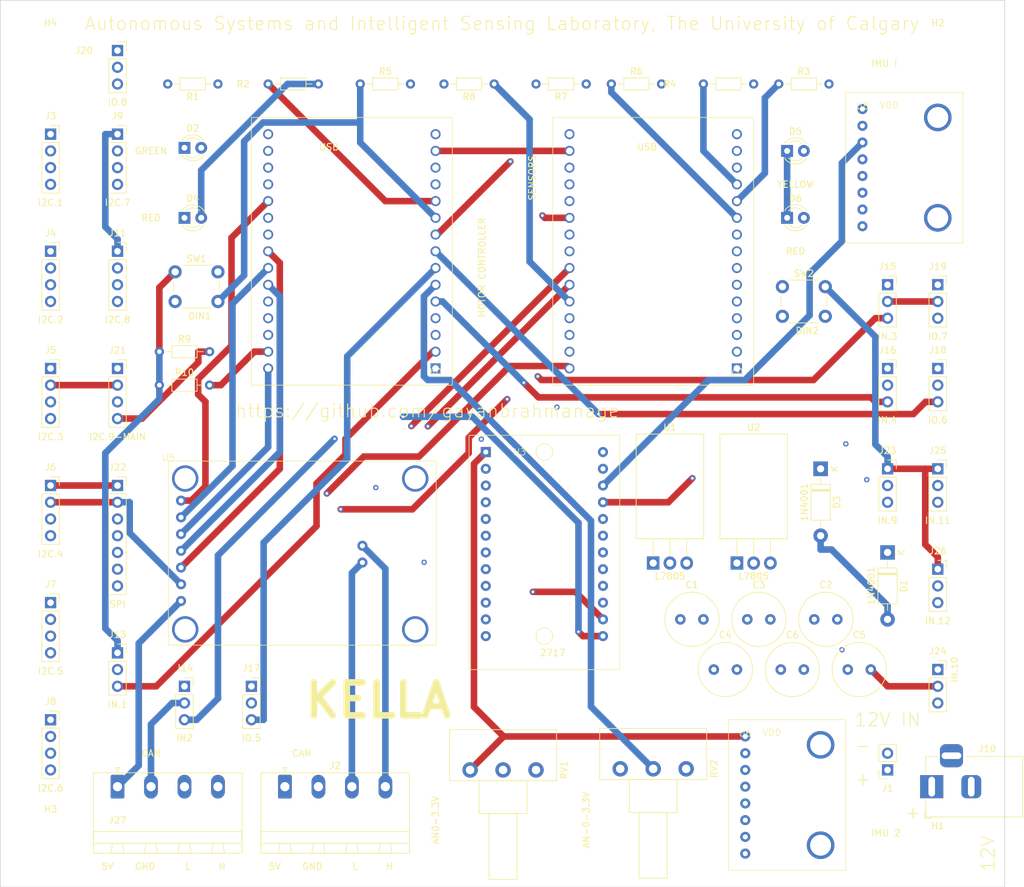
<source format=kicad_pcb>
(kicad_pcb (version 20221018) (generator pcbnew)
  (layers (0 "F.Cu" signal) (1 "In1.Cu" signal) (2 "In2.Cu" signal) (31 "B.Cu" signal) (34 "B.Paste" user) (35 "F.Paste" user) (36 "B.SilkS" user "B.Silkscreen") (37 "F.SilkS" user "F.Silkscreen") (38 "B.Mask" user) (39 "F.Mask" user) (44 "Edge.Cuts" user))
  (net 0 "")
  (net 1 "VDD1")
  (net 2 "GND")
  (net 3 "VDD2")
  (net 4 "Net-(D2-A)")
  (net 5 "Net-(D1-K)")
  (net 6 "Net-(D1-A)")
  (net 7 "Net-(D4-A)")
  (net 8 "Net-(D5-A)")
  (net 9 "Net-(D3-K)")
  (net 10 "Net-(D6-A)")
  (net 11 "Net-(J2-Pin_3)")
  (net 12 "Net-(J2-Pin_4)")
  (net 13 "Net-(J3-Pin_3)")
  (net 14 "Net-(J3-Pin_4)")
  (net 15 "Net-(J4-Pin_3)")
  (net 16 "Net-(J4-Pin_4)")
  (net 17 "Net-(J5-Pin_3)")
  (net 18 "Net-(J5-Pin_4)")
  (net 19 "Net-(J6-Pin_3)")
  (net 20 "Net-(J6-Pin_4)")
  (net 21 "Net-(J7-Pin_3)")
  (net 22 "Net-(J7-Pin_4)")
  (net 23 "Net-(J8-Pin_3)")
  (net 24 "Net-(J8-Pin_4)")
  (net 25 "Net-(J11-Pin_3)")
  (net 26 "Net-(J11-Pin_4)")
  (net 27 "Net-(U4-GPIO12(ADC2-CH5))")
  (net 28 "Net-(U4-GPIO14(ADC2-CH6))")
  (net 29 "Net-(U7-GPIO14(ADC2-CH6))")
  (net 30 "Net-(U7-GPIO12(ADC2-CH5))")
  (net 31 "Net-(U7-GPIO32(ADC1-CH4))")
  (net 32 "Net-(U4-GPIO32(ADC1-CH4))")
  (net 33 "Net-(U3-SDA)")
  (net 34 "Net-(U3-SCL)")
  (net 35 "Net-(U3-RST)")
  (net 36 "Net-(U3-A0)")
  (net 37 "Net-(U3-A1)")
  (net 38 "Net-(U3-A2)")
  (net 42 "Net-(U4-GPIO04(ADC2-CH0))")
  (net 43 "Net-(U4-GPIO05(SS))")
  (net 44 "Net-(U4-GPIO18(SCK))")
  (net 45 "Net-(U4-GPIO19(MISO))")
  (net 48 "Net-(U4-GPIO23(MOSI))")
  (net 52 "Net-(J13-Pin_1)")
  (net 53 "Net-(J13-Pin_3)")
  (net 54 "Net-(J14-Pin_3)")
  (net 55 "Net-(J15-Pin_3)")
  (net 56 "Net-(J16-Pin_3)")
  (net 57 "Net-(J17-Pin_3)")
  (net 58 "Net-(J18-Pin_3)")
  (net 59 "Net-(J19-Pin_3)")
  (net 60 "Net-(J20-Pin_3)")
  (net 61 "Net-(J21-Pin_3)")
  (net 62 "Net-(J21-Pin_4)")
  (net 63 "Net-(J23-Pin_3)")
  (net 64 "Net-(J24-Pin_3)")
  (net 65 "Net-(J25-Pin_3)")
  (net 66 "Net-(J26-Pin_3)")
  (net 67 "Net-(U4-GPIO17(TXD2))")
  (net 68 "Net-(U4-GPIO16(RXD2))")
  (net 69 "Net-(J22-Pin_4)")
  (net 70 "Net-(J22-Pin_5)")
  (net 71 "Net-(J22-Pin_3)")
  (net 72 "Net-(J22-Pin_6)")
  (net 75 "Net-(J22-Pin_7)")
  (net 76 "Net-(SW1A-D)")
  (net 77 "Net-(SW2A-D)")
  (net 78 "Net-(J11-Pin_1)")
  (net 79 "Net-(J9-Pin_3)")
  (net 80 "Net-(J9-Pin_4)")
  (footprint "Resistor_THT:R_Axial_DIN0204_L3.6mm_D1.6mm_P7.62mm_Horizontal" (layer "F.Cu") (at 53.34 33.02 180)
    (fp_text reference "R1")
    (fp_text value "R")
  )
  (footprint "Connector_PinSocket_2.54mm:PinSocket_1x04_P2.54mm_Vertical" (layer "F.Cu") (at 38.1 76.2)
    (fp_text reference "J21")
    (fp_text value "I2C.9-MAIN")
  )
  (footprint "MountingHole:MountingHole_3.2mm_M3" (layer "F.Cu") (at 162.56 149.86)
    (fp_text reference "H1")
    (fp_text value "M")
  )
  (footprint "Diode_THT:D_DO-41_SOD81_P10.16mm_Horizontal" (layer "F.Cu") (at 154.94 104.14 -90)
    (fp_text reference "D1")
    (fp_text value "1N4001")
  )
  (footprint "Connector_PinSocket_2.54mm:PinSocket_1x03_P2.54mm_Vertical" (layer "F.Cu") (at 162.56 91.44)
    (fp_text reference "J25")
    (fp_text value "IN.11")
  )
  (footprint "Connector_Phoenix_MSTB:PhoenixContact_MSTBA_2,5_4-G-5,08_1x04_P5.08mm_Horizontal" (layer "F.Cu") (at 63.5 139.7)
    (fp_text reference "J2")
    (fp_text value "CAN")
  )
  (footprint "Potentiometer_THT:Potentiometer_Piher_T-16H_Single_Horizontal" (layer "F.Cu") (at 114.38 136.99 -90)
    (fp_text reference "RV2")
    (fp_text value "AN-0-3.3V")
  )
  (footprint "MountingHole:MountingHole_3.2mm_M3" (layer "F.Cu") (at 162.56 27.94)
    (fp_text reference "H2")
    (fp_text value "M")
  )
  (footprint "Resistor_THT:R_Axial_DIN0204_L3.6mm_D1.6mm_P7.62mm_Horizontal" (layer "F.Cu") (at 44.45 73.66)
    (fp_text reference "R9")
    (fp_text value "R")
  )
  (footprint "Resistor_THT:R_Axial_DIN0204_L3.6mm_D1.6mm_P7.62mm_Horizontal" (layer "F.Cu") (at 44.45 78.74)
    (fp_text reference "R10")
    (fp_text value "R")
  )
  (footprint "Capacitor_THT:C_Radial_D8.0mm_H7.0mm_P3.50mm" (layer "F.Cu") (at 133.66 114.3)
    (fp_text reference "C3")
    (fp_text value "C")
  )
  (footprint "MPU6050Mf:MPU6050M" (layer "F.Cu") (at 133.35 132.08)
    (fp_text reference "U6")
    (fp_text value "~")
  )
  (footprint "Connector_Phoenix_MSTB:PhoenixContact_MSTBA_2,5_4-G-5,08_1x04_P5.08mm_Horizontal" (layer "F.Cu") (at 38.1 139.7)
    (fp_text reference "J27")
    (fp_text value "CAN")
  )
  (footprint "Diode_THT:D_DO-41_SOD81_P10.16mm_Horizontal" (layer "F.Cu") (at 144.78 91.44 -90)
    (fp_text reference "D3")
    (fp_text value "1N4001")
  )
  (footprint "MCP2515M:MCP2515Mf" (layer "F.Cu") (at 45.82 90.27)
    (fp_text reference "U5")
    (fp_text value "~")
  )
  (footprint "Connector_PinSocket_2.54mm:PinSocket_1x04_P2.54mm_Vertical" (layer "F.Cu") (at 27.94 76.2)
    (fp_text reference "J5")
    (fp_text value "I2C.3")
  )
  (footprint "Capacitor_THT:C_Radial_D8.0mm_H7.0mm_P3.50mm" (layer "F.Cu") (at 138.74 121.92)
    (fp_text reference "C6")
    (fp_text value "C")
  )
  (footprint "Button_Switch_THT:SW_PUSH_6mm_H4.3mm" (layer "F.Cu") (at 138.99 63.79)
    (fp_text reference "SW2")
    (fp_text value "DIN2")
  )
  (footprint "Resistor_THT:R_Axial_DIN0204_L3.6mm_D1.6mm_P7.62mm_Horizontal" (layer "F.Cu") (at 95.25 33.02 180)
    (fp_text reference "R8")
    (fp_text value "R")
  )
  (footprint "Connector_PinSocket_2.54mm:PinSocket_1x04_P2.54mm_Vertical" (layer "F.Cu") (at 27.94 93.98)
    (fp_text reference "J6")
    (fp_text value "I2C.4")
  )
  (footprint "Connector_PinSocket_2.54mm:PinSocket_1x03_P2.54mm_Vertical" (layer "F.Cu") (at 162.56 63.5)
    (fp_text reference "J19")
    (fp_text value "IO.7")
  )
  (footprint "Connector_PinSocket_2.54mm:PinSocket_1x04_P2.54mm_Vertical" (layer "F.Cu") (at 27.94 58.42)
    (fp_text reference "J4")
    (fp_text value "I2C.2")
  )
  (footprint "Capacitor_THT:C_Radial_D8.0mm_H7.0mm_P3.50mm" (layer "F.Cu") (at 148.9 121.92)
    (fp_text reference "C5")
    (fp_text value "C")
  )
  (footprint "Connector_PinSocket_2.54mm:PinSocket_1x03_P2.54mm_Vertical" (layer "F.Cu") (at 154.94 76.2)
    (fp_text reference "J16")
    (fp_text value "IN.4")
  )
  (footprint "Connector_PinSocket_2.54mm:PinSocket_1x03_P2.54mm_Vertical" (layer "F.Cu") (at 162.56 106.68)
    (fp_text reference "J26")
    (fp_text value "IN.12")
  )
  (footprint "LED_THT:LED_D3.0mm_IRGrey" (layer "F.Cu") (at 48.26 42.71)
    (fp_text reference "D2")
    (fp_text value "GREEN")
  )
  (footprint "Connector_PinSocket_2.54mm:PinSocket_1x04_P2.54mm_Vertical" (layer "F.Cu") (at 38.1 40.64)
    (fp_text reference "J9")
    (fp_text value "I2C.7")
  )
  (footprint "Connector_PinSocket_2.54mm:PinSocket_1x04_P2.54mm_Vertical" (layer "F.Cu") (at 27.94 129.54)
    (fp_text reference "J8")
    (fp_text value "I2C.6")
  )
  (footprint "LED_THT:LED_D3.0mm_IRGrey" (layer "F.Cu") (at 139.7 43.18)
    (fp_text reference "D5")
    (fp_text value "YELLOW")
  )
  (footprint "Connector_PinSocket_2.54mm:PinSocket_1x02_P2.54mm_Vertical" (layer "F.Cu") (at 154.94 137.16 180)
    (fp_text reference "J1")
    (fp_text value "12V IN")
  )
  (footprint "LED_THT:LED_D3.0mm_IRGrey" (layer "F.Cu") (at 48.26 53.34)
    (fp_text reference "D4")
    (fp_text value "RED")
  )
  (footprint "Capacitor_THT:C_Radial_D8.0mm_H7.0mm_P3.50mm" (layer "F.Cu") (at 143.82 114.3)
    (fp_text reference "C2")
    (fp_text value "C")
  )
  (footprint "Connector_PinSocket_2.54mm:PinSocket_1x03_P2.54mm_Vertical" (layer "F.Cu") (at 38.1 27.94)
    (fp_text reference "J20")
    (fp_text value "IO.8")
  )
  (footprint "Connector_PinSocket_2.54mm:PinSocket_1x03_P2.54mm_Vertical" (layer "F.Cu") (at 38.1 119.38)
    (fp_text reference "J13")
    (fp_text value "IN.1")
  )
  (footprint "Resistor_THT:R_Axial_DIN0204_L3.6mm_D1.6mm_P7.62mm_Horizontal" (layer "F.Cu") (at 74.93 33.02)
    (fp_text reference "R5")
    (fp_text value "R")
  )
  (footprint "Connector_PinSocket_2.54mm:PinSocket_1x04_P2.54mm_Vertical" (layer "F.Cu") (at 38.1 58.42)
    (fp_text reference "J11")
    (fp_text value "I2C.8")
  )
  (footprint "Capacitor_THT:C_Radial_D8.0mm_H7.0mm_P3.50mm" (layer "F.Cu") (at 123.5 114.3)
    (fp_text reference "C1")
    (fp_text value "C")
  )
  (footprint "Connector_PinSocket_2.54mm:PinSocket_1x04_P2.54mm_Vertical" (layer "F.Cu") (at 27.94 40.64)
    (fp_text reference "J3")
    (fp_text value "I2C.1")
  )
  (footprint "Connector_PinSocket_2.54mm:PinSocket_1x03_P2.54mm_Vertical" (layer "F.Cu") (at 162.56 76.2)
    (fp_text reference "J18")
    (fp_text value "IO.6")
  )
  (footprint "Connector_PinSocket_2.54mm:PinSocket_1x07_P2.54mm_Vertical" (layer "F.Cu") (at 38.1 93.98)
    (fp_text reference "J22")
    (fp_text value "SPI")
  )
  (footprint "Connector_PinSocket_2.54mm:PinSocket_1x03_P2.54mm_Vertical" (layer "F.Cu") (at 48.26 124.46)
    (fp_text reference "J14")
    (fp_text value "IN2")
  )
  (footprint "LED_THT:LED_D3.0mm_IRGrey" (layer "F.Cu") (at 139.7 53.34)
    (fp_text reference "D6")
    (fp_text value "RED")
  )
  (footprint "Resistor_THT:R_Axial_DIN0204_L3.6mm_D1.6mm_P7.62mm_Horizontal" (layer "F.Cu") (at 138.43 33.02)
    (fp_text reference "R3")
    (fp_text value "R")
  )
  (footprint "ESP32WROOM30PIN:ESP32WROOM30PIN" (layer "F.Cu") (at 86.36 76.2 180)
    (fp_text reference "U4")
    (fp_text value "~")
  )
  (footprint "MountingHole:MountingHole_3.2mm_M3" (layer "F.Cu") (at 27.94 27.94)
    (fp_text reference "H4")
    (fp_text value "M")
  )
  (footprint "Connector_BarrelJack:BarrelJack_Horizontal" (layer "F.Cu") (at 161.64 139.7 180)
    (fp_text reference "J10")
    (fp_text value "12V")
  )
  (footprint "MountingHole:MountingHole_3.2mm_M3" (layer "F.Cu") (at 27.94 147.32)
    (fp_text reference "H3")
    (fp_text value "M")
  )
  (footprint "ESP32WROOM30PIN:ESP32WROOM30PIN" (layer "F.Cu") (at 132.08 76.2 180)
    (fp_text reference "U7")
    (fp_text value "~")
  )
  (footprint "Potentiometer_THT:Potentiometer_Piher_T-16H_Single_Horizontal" (layer "F.Cu") (at 91.6 137.16 -90)
    (fp_text reference "RV1")
    (fp_text value "AN0-3.3V")
  )
  (footprint "Connector_PinSocket_2.54mm:PinSocket_1x03_P2.54mm_Vertical" (layer "F.Cu") (at 154.94 91.44)
    (fp_text reference "J23")
    (fp_text value "IN.9")
  )
  (footprint "Resistor_THT:R_Axial_DIN0204_L3.6mm_D1.6mm_P7.62mm_Horizontal" (layer "F.Cu") (at 109.22 33.02 180)
    (fp_text reference "R7")
    (fp_text value "R")
  )
  (footprint "Connector_PinSocket_2.54mm:PinSocket_1x03_P2.54mm_Vertical" (layer "F.Cu") (at 58.42 124.46)
    (fp_text reference "J17")
    (fp_text value "IO.5")
  )
  (footprint "Resistor_THT:R_Axial_DIN0204_L3.6mm_D1.6mm_P7.62mm_Horizontal" (layer "F.Cu") (at 127 33.02)
    (fp_text reference "R4")
    (fp_text value "R")
  )
  (footprint "Package_TO_SOT_THT:TO-220-3_Horizontal_TabDown" (layer "F.Cu") (at 119.38 105.75)
    (fp_text reference "U1")
    (fp_text value "L7805")
  )
  (footprint "2717:Module2717_TCA9548A" (layer "F.Cu") (at 93.98 88.9)
    (fp_text reference "U3")
    (fp_text value "2717")
  )
  (footprint "Button_Switch_THT:SW_PUSH_6mm_H4.3mm" (layer "F.Cu") (at 46.84 61.54)
    (fp_text reference "SW1")
    (fp_text value "DIN1")
  )
  (footprint "Capacitor_THT:C_Radial_D8.0mm_H7.0mm_P3.50mm" (layer "F.Cu") (at 128.58 121.92)
    (fp_text reference "C4")
    (fp_text value "C")
  )
  (footprint "Connector_PinSocket_2.54mm:PinSocket_1x04_P2.54mm_Vertical" (layer "F.Cu") (at 27.94 111.76)
    (fp_text reference "J7")
    (fp_text value "I2C.5")
  )
  (footprint "Resistor_THT:R_Axial_DIN0204_L3.6mm_D1.6mm_P7.62mm_Horizontal" (layer "F.Cu") (at 60.96 33.02)
    (fp_text reference "R2")
    (fp_text value "R")
  )
  (footprint "Resistor_THT:R_Axial_DIN0204_L3.6mm_D1.6mm_P7.62mm_Horizontal" (layer "F.Cu") (at 113.03 33.02)
    (fp_text reference "R6")
    (fp_text value "R")
  )
  (footprint "Connector_PinSocket_2.54mm:PinSocket_1x03_P2.54mm_Vertical" (layer "F.Cu") (at 154.94 63.5)
    (fp_text reference "J15")
    (fp_text value "IN.3")
  )
  (footprint "Package_TO_SOT_THT:TO-220-3_Horizontal_TabDown" (layer "F.Cu") (at 132.08 105.75)
    (fp_text reference "U2")
    (fp_text value "L7805")
  )
  (footprint "MPU6050Mf:MPU6050M" (layer "F.Cu") (at 151.13 36.83)
    (fp_text reference "U8")
    (fp_text value "~")
  )
  (footprint "Connector_PinSocket_2.54mm:PinSocket_1x03_P2.54mm_Vertical" (layer "F.Cu") (at 162.56 121.92)
    (fp_text reference "J24")
    (fp_text value "IN.10")
  )
  (gr_rect (start 20.32 20.32) (end 172.72 154.94) (stroke (width 0.1)) (fill none) (layer "Edge.Cuts"))
  (gr_text "SENSORS" (at 101.6 50.8 90) (layer "F.SilkS") (effects (font (size 1 1)) (justify left bottom)))
  (gr_text "MOTOR CONTROLLER" (at 93.98 68.58 90) (layer "F.SilkS") (effects (font (size 1 1)) (justify left bottom)))
  (gr_text "KELLA" (at 66.04 129.54) (layer "F.SilkS") (effects (font (size 5 5) (thickness 1) bold) (justify left bottom)))
  (gr_text "GND" (at 40.64 152.4) (layer "F.SilkS") (effects (font (size 1 1)) (justify left bottom)))
  (gr_text "IMU I" (at 152.4 30.48) (layer "F.SilkS") (effects (font (size 1 1)) (justify left bottom)))
  (gr_text "5V" (at 35.56 152.4) (layer "F.SilkS") (effects (font (size 1 1)) (justify left bottom)))
  (gr_text "5V" (at 60.96 152.4) (layer "F.SilkS") (effects (font (size 1 1)) (justify left bottom)))
  (gr_text "IMU 2" (at 152.4 147.32) (layer "F.SilkS") (effects (font (size 1 1)) (justify left bottom)))
  (gr_text "L" (at 73.66 152.4) (layer "F.SilkS") (effects (font (size 1 1)) (justify left bottom)))
  (gr_text "H" (at 78.74 152.4) (layer "F.SilkS") (effects (font (size 1 1)) (justify left bottom)))
  (gr_text "L" (at 48.26 152.4) (layer "F.SilkS") (effects (font (size 1 1)) (justify left bottom)))
  (gr_text "H" (at 53.34 152.4) (layer "F.SilkS") (effects (font (size 1 1)) (justify left bottom)))
  (gr_text "Autonomous Systems and Intelligent Sensing Laboratory, The University of Calgary" (at 33.02 25) (layer "F.SilkS") (effects (font (size 2 2)) (justify left bottom)))
  (gr_text "+" (at 157.48 144.78) (layer "F.SilkS") (effects (font (size 2 2)) (justify left bottom)))
  (gr_text "GND" (at 66.04 152.4) (layer "F.SilkS") (effects (font (size 1 1)) (justify left bottom)))
  (gr_text "USB" (at 116.84 43.18) (layer "F.SilkS") (effects (font (size 1 1)) (justify left bottom)))
  (gr_text "-" (at 149.86 134.62) (layer "F.SilkS") (effects (font (size 2 2)) (justify left bottom)))
  (gr_text "+" (at 149.86 139.7) (layer "F.SilkS") (effects (font (size 2 2)) (justify left bottom)))
  (gr_text "USB" (at 68.58 43.18) (layer "F.SilkS") (effects (font (size 1 1)) (justify left bottom)))
  (gr_text "https://github.com/gayanbrahmanage" (at 55.88 83.82) (layer "F.SilkS") (effects (font (size 2 2)) (justify left bottom)))
  (segment (start 27.94 78.74) (end 38.1 78.74) (width 1) (layer "F.Cu") (net 2))
  (segment (start 162.56 124.46) (end 154.94 124.46) (width 1) (layer "F.Cu") (net 2))
  (segment (start 86.36 43.18) (end 106.68 43.18) (width 1) (layer "F.Cu") (net 2))
  (segment (start 38.1 96.52) (end 27.94 96.52) (width 1) (layer "F.Cu") (net 2))
  (segment (start 154.94 124.46) (end 152.4 121.92) (width 1) (layer "F.Cu") (net 2))
  (segment (start 154.94 66.04) (end 162.56 66.04) (width 1) (layer "F.Cu") (net 2))
  (segment (start 43.18 139.7) (end 43.18 136.8981) (width 1) (layer "B.Cu") (net 2))
  (segment (start 38.1 96.52) (end 39.9519 96.52) (width 1) (layer "B.Cu") (net 2))
  (segment (start 47.74 108.97) (end 39.9519 101.1819) (width 1) (layer "B.Cu") (net 2))
  (segment (start 139.7 43.18) (end 139.7 53.34) (width 1) (layer "B.Cu") (net 2))
  (segment (start 39.9519 101.1819) (end 39.9519 96.52) (width 1) (layer "B.Cu") (net 2))
  (segment (start 43.18 130.2281) (end 46.4081 127) (width 1) (layer "B.Cu") (net 2))
  (segment (start 48.26 127) (end 46.4081 127) (width 1) (layer "B.Cu") (net 2))
  (segment (start 43.18 136.8981) (end 43.18 130.2281) (width 1) (layer "B.Cu") (net 2))
  (via (at 77.2881 94.2986) (size 0.8) (drill 0.4) (layers "F.Cu" "B.Cu") (net 3))
  (segment (start 41.3203 136.4797) (end 41.3203 117.9297) (width 1) (layer "B.Cu") (net 3))
  (segment (start 38.1 139.7) (end 41.3203 136.4797) (width 1) (layer "B.Cu") (net 3))
  (segment (start 41.3203 117.9297) (end 47.74 111.51) (width 1) (layer "B.Cu") (net 3))
  (segment (start 144.78 103.7019) (end 146.4438 103.7019) (width 1) (layer "B.Cu") (net 6))
  (segment (start 146.4438 103.7019) (end 154.94 112.1981) (width 1) (layer "B.Cu") (net 6))
  (segment (start 144.78 101.6) (end 144.78 103.7019) (width 1) (layer "B.Cu") (net 6))
  (segment (start 154.94 114.3) (end 154.94 112.1981) (width 1) (layer "B.Cu") (net 6))
  (segment (start 50.8 53.34) (end 50.8 46.1132) (width 1) (layer "B.Cu") (net 7))
  (segment (start 50.8 46.1132) (end 63.8932 33.02) (width 1) (layer "B.Cu") (net 7))
  (segment (start 63.8932 33.02) (end 68.58 33.02) (width 1) (layer "B.Cu") (net 7))
  (segment (start 75.26 105.67) (end 73.66 107.27) (width 1) (layer "B.Cu") (net 11))
  (segment (start 73.66 107.27) (end 73.66 139.7) (width 1) (layer "B.Cu") (net 11))
  (segment (start 78.74 106.61) (end 78.74 139.7) (width 1) (layer "B.Cu") (net 12))
  (segment (start 75.26 103.13) (end 78.74 106.61) (width 1) (layer "B.Cu") (net 12))
  (via (at 84.6256 105.631) (size 0.8) (drill 0.4) (layers "F.Cu" "B.Cu") (net 14))
  (segment (start 111.76 114.3) (end 107.5841 110.1241) (width 1) (layer "F.Cu") (net 17))
  (segment (start 107.5841 110.1241) (end 101.1195 110.1241) (width 1) (layer "F.Cu") (net 17))
  (via (at 101.1195 110.1241) (size 0.8) (drill 0.4) (layers "F.Cu" "B.Cu") (net 17))
  (segment (start 111.76 116.84) (end 108.7126 116.84) (width 1) (layer "F.Cu") (net 18))
  (segment (start 108.7126 116.84) (end 108.044 116.1714) (width 1) (layer "F.Cu") (net 18))
  (via (at 81.4146 83.5437) (size 0.8) (drill 0.4) (layers "F.Cu" "B.Cu") (net 18))
  (via (at 108.044 116.1714) (size 0.8) (drill 0.4) (layers "F.Cu" "B.Cu") (net 18))
  (segment (start 91.9483 83.5437) (end 81.4146 83.5437) (width 1) (layer "B.Cu") (net 18))
  (segment (start 108.044 116.1714) (end 108.044 99.6394) (width 1) (layer "B.Cu") (net 18))
  (segment (start 108.044 99.6394) (end 91.9483 83.5437) (width 1) (layer "B.Cu") (net 18))
  (segment (start 133.2724 77.9789) (end 143.1123 68.139) (width 1) (layer "B.Cu") (net 25))
  (segment (start 111.76 93.98) (end 127.7611 77.9789) (width 1) (layer "B.Cu") (net 25))
  (segment (start 143.1123 61.7896) (end 148.0042 56.8977) (width 1) (layer "B.Cu") (net 25))
  (segment (start 127.7611 77.9789) (end 133.2724 77.9789) (width 1) (layer "B.Cu") (net 25))
  (segment (start 148.0042 56.8977) (end 148.0042 45.0358) (width 1) (layer "B.Cu") (net 25))
  (segment (start 148.0042 45.0358) (end 151.13 41.91) (width 1) (layer "B.Cu") (net 25))
  (segment (start 143.1123 68.139) (end 143.1123 61.7896) (width 1) (layer "B.Cu") (net 25))
  (segment (start 121.6819 96.52) (end 125.3223 92.8796) (width 1) (layer "F.Cu") (net 26))
  (segment (start 111.76 96.52) (end 121.6819 96.52) (width 1) (layer "F.Cu") (net 26))
  (via (at 125.3223 92.8796) (size 0.8) (drill 0.4) (layers "F.Cu" "B.Cu") (net 26))
  (segment (start 78.74 50.8) (end 60.96 33.02) (width 1) (layer "F.Cu") (net 28))
  (segment (start 86.36 50.8) (end 78.74 50.8) (width 1) (layer "F.Cu") (net 28))
  (segment (start 132.08 50.8) (end 136.3204 46.5596) (width 1) (layer "B.Cu") (net 29))
  (segment (start 136.3204 35.1296) (end 138.43 33.02) (width 1) (layer "B.Cu") (net 29))
  (segment (start 136.3204 46.5596) (end 136.3204 35.1296) (width 1) (layer "B.Cu") (net 29))
  (segment (start 132.08 48.26) (end 127 43.18) (width 1) (layer "B.Cu") (net 30))
  (segment (start 127 43.18) (end 127 33.02) (width 1) (layer "B.Cu") (net 30))
  (segment (start 84.5925 77.3972) (end 84.5925 65.2675) (width 1) (layer "B.Cu") (net 32))
  (segment (start 109.9409 99.3303) (end 88.5745 77.9639) (width 1) (layer "B.Cu") (net 32))
  (segment (start 109.9409 127.5509) (end 109.9409 99.3303) (width 1) (layer "B.Cu") (net 32))
  (segment (start 119.38 136.99) (end 109.9409 127.5509) (width 1) (layer "B.Cu") (net 32))
  (segment (start 88.5745 77.9639) (end 85.1592 77.9639) (width 1) (layer "B.Cu") (net 32))
  (segment (start 85.1592 77.9639) (end 84.5925 77.3972) (width 1) (layer "B.Cu") (net 32))
  (segment (start 84.5925 65.2675) (end 86.36 63.5) (width 1) (layer "B.Cu") (net 32))
  (segment (start 106.68 66.04) (end 100.6233 59.9833) (width 1) (layer "B.Cu") (net 33))
  (segment (start 100.6233 38.3933) (end 95.25 33.02) (width 1) (layer "B.Cu") (net 33))
  (segment (start 100.6233 59.9833) (end 100.6233 38.3933) (width 1) (layer "B.Cu") (net 33))
  (segment (start 60.96 50.8) (end 55.3984 56.3616) (width 1) (layer "F.Cu") (net 42))
  (segment (start 51.4383 81.2586) (end 51.4383 94.1274) (width 1) (layer "F.Cu") (net 42))
  (segment (start 49.2957 96.27) (end 47.74 96.27) (width 1) (layer "F.Cu") (net 42))
  (segment (start 55.3984 72.7592) (end 50.3387 77.8189) (width 1) (layer "F.Cu") (net 42))
  (segment (start 50.3387 80.159) (end 51.4383 81.2586) (width 1) (layer "F.Cu") (net 42))
  (segment (start 55.3984 56.3616) (end 55.3984 72.7592) (width 1) (layer "F.Cu") (net 42))
  (segment (start 51.4383 94.1274) (end 49.2957 96.27) (width 1) (layer "F.Cu") (net 42))
  (segment (start 50.3387 77.8189) (end 50.3387 80.159) (width 1) (layer "F.Cu") (net 42))
  (segment (start 62.7239 60.1839) (end 62.7239 91.4461) (width 1) (layer "F.Cu") (net 43))
  (segment (start 60.96 58.42) (end 62.7239 60.1839) (width 1) (layer "F.Cu") (net 43))
  (segment (start 62.7239 91.4461) (end 47.74 106.43) (width 1) (layer "F.Cu") (net 43))
  (segment (start 55.5449 91.0051) (end 47.74 98.81) (width 1) (layer "B.Cu") (net 44))
  (segment (start 60.96 60.96) (end 55.5449 66.3751) (width 1) (layer "B.Cu") (net 44))
  (segment (start 55.5449 66.3751) (end 55.5449 91.0051) (width 1) (layer "B.Cu") (net 44))
  (segment (start 62.7364 65.2764) (end 60.96 63.5) (width 1) (layer "B.Cu") (net 45))
  (segment (start 47.74 103.89) (end 62.7364 88.8936) (width 1) (layer "B.Cu") (net 45))
  (segment (start 62.7364 88.8936) (end 62.7364 65.2764) (width 1) (layer "B.Cu") (net 45))
  (segment (start 60.96 88.13) (end 60.96 76.2) (width 1) (layer "B.Cu") (net 48))
  (segment (start 47.74 101.35) (end 60.96 88.13) (width 1) (layer "B.Cu") (net 48))
  (segment (start 46.84 61.54) (end 44.45 63.93) (width 1) (layer "F.Cu") (net 52))
  (segment (start 44.45 63.93) (end 44.45 73.66) (width 1) (layer "F.Cu") (net 52))
  (via (at 148.0194 118.9154) (size 0.8) (drill 0.4) (layers "F.Cu" "B.Cu") (net 52))
  (segment (start 38.1 119.38) (end 38.1 117.5281) (width 1) (layer "B.Cu") (net 52))
  (segment (start 44.45 80.8463) (end 36.2481 89.0482) (width 1) (layer "B.Cu") (net 52))
  (segment (start 44.45 78.74) (end 44.45 80.8463) (width 1) (layer "B.Cu") (net 52))
  (segment (start 44.45 73.66) (end 44.45 78.74) (width 1) (layer "B.Cu") (net 52))
  (segment (start 36.2481 115.6762) (end 38.1 117.5281) (width 1) (layer "B.Cu") (net 52))
  (segment (start 36.2481 89.0482) (end 36.2481 115.6762) (width 1) (layer "B.Cu") (net 52))
  (segment (start 86.36 73.66) (end 85.9348 73.66) (width 1) (layer "F.Cu") (net 53))
  (segment (start 43.9754 124.46) (end 38.1 124.46) (width 1) (layer "F.Cu") (net 53))
  (segment (start 72.6923 86.9025) (end 72.6923 89.2774) (width 1) (layer "F.Cu") (net 53))
  (segment (start 72.6923 89.2774) (end 68.2971 93.6726) (width 1) (layer "F.Cu") (net 53))
  (segment (start 85.9348 73.66) (end 72.6923 86.9025) (width 1) (layer "F.Cu") (net 53))
  (segment (start 68.2971 100.1383) (end 43.9754 124.46) (width 1) (layer "F.Cu") (net 53))
  (segment (start 68.2971 93.6726) (end 68.2971 100.1383) (width 1) (layer "F.Cu") (net 53))
  (via (at 71.0322 86.8907) (size 0.8) (drill 0.4) (layers "F.Cu" "B.Cu") (net 54))
  (segment (start 53.34 104.5829) (end 71.0322 86.8907) (width 1) (layer "B.Cu") (net 54))
  (segment (start 50.1119 129.54) (end 53.34 126.3119) (width 1) (layer "B.Cu") (net 54))
  (segment (start 53.34 126.3119) (end 53.34 104.5829) (width 1) (layer "B.Cu") (net 54))
  (segment (start 48.26 129.54) (end 50.1119 129.54) (width 1) (layer "B.Cu") (net 54))
  (segment (start 143.7042 77.9639) (end 102.4193 77.9639) (width 1) (layer "F.Cu") (net 55))
  (segment (start 102.4193 77.9639) (end 101.8609 77.4055) (width 1) (layer "F.Cu") (net 55))
  (segment (start 154.94 68.58) (end 153.0881 68.58) (width 1) (layer "F.Cu") (net 55))
  (segment (start 153.0881 68.58) (end 143.7042 77.9639) (width 1) (layer "F.Cu") (net 55))
  (via (at 101.8609 77.4055) (size 0.8) (drill 0.4) (layers "F.Cu" "B.Cu") (net 55))
  (segment (start 99.7421 78.3589) (end 101.9751 80.5919) (width 1) (layer "F.Cu") (net 56))
  (segment (start 154.94 81.28) (end 153.0881 81.28) (width 1) (layer "F.Cu") (net 56))
  (segment (start 101.9751 80.5919) (end 152.4 80.5919) (width 1) (layer "F.Cu") (net 56))
  (segment (start 152.4 80.5919) (end 153.0881 81.28) (width 1) (layer "F.Cu") (net 56))
  (via (at 99.7421 78.3589) (size 0.8) (drill 0.4) (layers "F.Cu" "B.Cu") (net 56))
  (segment (start 87.4232 66.04) (end 99.7421 78.3589) (width 1) (layer "B.Cu") (net 56))
  (segment (start 86.36 66.04) (end 87.4232 66.04) (width 1) (layer "B.Cu") (net 56))
  (segment (start 72.9503 89.9684) (end 60.2719 102.6468) (width 1) (layer "B.Cu") (net 57))
  (segment (start 60.2719 102.6468) (end 60.2719 129.54) (width 1) (layer "B.Cu") (net 57))
  (segment (start 86.36 60.96) (end 72.9503 74.3697) (width 1) (layer "B.Cu") (net 57))
  (segment (start 58.42 129.54) (end 60.2719 129.54) (width 1) (layer "B.Cu") (net 57))
  (segment (start 72.9503 74.3697) (end 72.9503 89.9684) (width 1) (layer "B.Cu") (net 57))
  (segment (start 158.8562 83.1319) (end 111.0719 83.1319) (width 1) (layer "F.Cu") (net 58))
  (segment (start 160.7081 81.28) (end 158.8562 83.1319) (width 1) (layer "F.Cu") (net 58))
  (segment (start 162.56 81.28) (end 160.7081 81.28) (width 1) (layer "F.Cu") (net 58))
  (via (at 111.0719 83.1319) (size 0.8) (drill 0.4) (layers "F.Cu" "B.Cu") (net 58))
  (segment (start 86.36 58.42) (end 111.0719 83.1319) (width 1) (layer "B.Cu") (net 58))
  (segment (start 86.6096 55.88) (end 97.7071 44.7825) (width 1) (layer "F.Cu") (net 59))
  (segment (start 86.36 55.88) (end 86.6096 55.88) (width 1) (layer "F.Cu") (net 59))
  (via (at 97.7071 44.7825) (size 0.8) (drill 0.4) (layers "F.Cu" "B.Cu") (net 59))
  (segment (start 58.8519 73.66) (end 60.96 73.66) (width 1) (layer "F.Cu") (net 61))
  (segment (start 52.07 78.74) (end 53.7719 78.74) (width 1) (layer "F.Cu") (net 61))
  (segment (start 53.7719 78.74) (end 58.8519 73.66) (width 1) (layer "F.Cu") (net 61))
  (segment (start 41.8036 83.82) (end 38.1 83.82) (width 1) (layer "F.Cu") (net 62))
  (segment (start 50.3681 73.66) (end 50.3681 75.2555) (width 1) (layer "F.Cu") (net 62))
  (segment (start 52.07 73.66) (end 50.3681 73.66) (width 1) (layer "F.Cu") (net 62))
  (segment (start 50.3681 75.2555) (end 41.8036 83.82) (width 1) (layer "F.Cu") (net 62))
  (via (at 148.6118 87.6518) (size 0.8) (drill 0.4) (layers "F.Cu" "B.Cu") (net 64))
  (via (at 151.7878 93.0922) (size 0.8) (drill 0.4) (layers "F.Cu" "B.Cu") (net 65))
  (segment (start 102.9194 53.34) (end 102.5633 52.9839) (width 1) (layer "F.Cu") (net 67))
  (segment (start 106.68 53.34) (end 102.9194 53.34) (width 1) (layer "F.Cu") (net 67))
  (via (at 102.5633 52.9839) (size 0.8) (drill 0.4) (layers "F.Cu" "B.Cu") (net 67))
  (segment (start 75.4546 89.5881) (end 83.8489 89.5881) (width 1) (layer "F.Cu") (net 69))
  (segment (start 97.5952 75.8418) (end 106.3218 75.8418) (width 1) (layer "F.Cu") (net 69))
  (segment (start 69.862 95.1807) (end 75.4546 89.5881) (width 1) (layer "F.Cu") (net 69))
  (segment (start 106.3218 75.8418) (end 106.68 76.2) (width 1) (layer "F.Cu") (net 69))
  (segment (start 83.8489 89.5881) (end 97.5952 75.8418) (width 1) (layer "F.Cu") (net 69))
  (via (at 69.862 95.1807) (size 0.8) (drill 0.4) (layers "F.Cu" "B.Cu") (net 69))
  (segment (start 106.68 63.5) (end 85.1884 84.9916) (width 1) (layer "F.Cu") (net 70))
  (via (at 85.1884 84.9916) (size 0.8) (drill 0.4) (layers "F.Cu" "B.Cu") (net 70))
  (segment (start 82.6826 84.9574) (end 106.68 60.96) (width 1) (layer "F.Cu") (net 71))
  (via (at 82.6826 84.9574) (size 0.8) (drill 0.4) (layers "F.Cu" "B.Cu") (net 71))
  (via (at 93.3032 86.9407) (size 0.8) (drill 0.4) (layers "F.Cu" "B.Cu") (net 72))
  (segment (start 91.3848 86.7185) (end 97.2317 80.8716) (width 1) (layer "F.Cu") (net 75))
  (segment (start 82.8493 97.5877) (end 91.3848 89.0522) (width 1) (layer "F.Cu") (net 75))
  (segment (start 71.9587 97.5877) (end 82.8493 97.5877) (width 1) (layer "F.Cu") (net 75))
  (segment (start 91.3848 89.0522) (end 91.3848 86.7185) (width 1) (layer "F.Cu") (net 75))
  (via (at 97.2317 80.8716) (size 0.8) (drill 0.4) (layers "F.Cu" "B.Cu") (net 75))
  (via (at 71.9587 97.5877) (size 0.8) (drill 0.4) (layers "F.Cu" "B.Cu") (net 75))
  (segment (start 57.3184 62.0616) (end 57.3184 41.7208) (width 1) (layer "B.Cu") (net 76))
  (segment (start 60.1706 38.8686) (end 74.93 38.8686) (width 1) (layer "B.Cu") (net 76))
  (segment (start 74.93 38.8686) (end 74.93 33.02) (width 1) (layer "B.Cu") (net 76))
  (segment (start 86.36 53.34) (end 74.93 41.91) (width 1) (layer "B.Cu") (net 76))
  (segment (start 53.34 66.04) (end 57.3184 62.0616) (width 1) (layer "B.Cu") (net 76))
  (segment (start 74.93 41.91) (end 74.93 38.8686) (width 1) (layer "B.Cu") (net 76))
  (segment (start 57.3184 41.7208) (end 60.1706 38.8686) (width 1) (layer "B.Cu") (net 76))
  (segment (start 113.03 34.29) (end 113.03 33.02) (width 1) (layer "B.Cu") (net 77))
  (segment (start 132.08 53.34) (end 113.03 34.29) (width 1) (layer "B.Cu") (net 77))
  (segment (start 92.1888 90.6912) (end 92.1888 127.5888) (width 1) (layer "F.Cu") (net 78))
  (segment (start 162.56 104.8281) (end 160.655 102.9231) (width 1) (layer "F.Cu") (net 78))
  (segment (start 160.655 91.44) (end 154.94 91.44) (width 1) (layer "F.Cu") (net 78))
  (segment (start 162.56 106.68) (end 162.56 104.8281) (width 1) (layer "F.Cu") (net 78))
  (segment (start 160.655 102.9231) (end 160.655 91.44) (width 1) (layer "F.Cu") (net 78))
  (segment (start 93.98 88.9) (end 92.1888 90.6912) (width 1) (layer "F.Cu") (net 78))
  (segment (start 38.1 93.98) (end 27.94 93.98) (width 1) (layer "F.Cu") (net 78))
  (segment (start 96.68 132.08) (end 133.35 132.08) (width 1) (layer "F.Cu") (net 78))
  (segment (start 162.56 91.44) (end 160.655 91.44) (width 1) (layer "F.Cu") (net 78))
  (segment (start 91.6 137.16) (end 96.68 132.08) (width 1) (layer "F.Cu") (net 78))
  (segment (start 92.1888 127.5888) (end 96.68 132.08) (width 1) (layer "F.Cu") (net 78))
  (segment (start 38.1 56.5681) (end 36.2481 54.7162) (width 1) (layer "B.Cu") (net 78))
  (segment (start 154.94 91.44) (end 154.94 89.5881) (width 1) (layer "B.Cu") (net 78))
  (segment (start 36.2481 54.7162) (end 36.2481 40.64) (width 1) (layer "B.Cu") (net 78))
  (segment (start 38.1 58.42) (end 38.1 56.5681) (width 1) (layer "B.Cu") (net 78))
  (segment (start 153.0881 87.7362) (end 153.0881 71.3881) (width 1) (layer "B.Cu") (net 78))
  (segment (start 153.0881 71.3881) (end 145.49 63.79) (width 1) (layer "B.Cu") (net 78))
  (segment (start 38.1 40.64) (end 36.2481 40.64) (width 1) (layer "B.Cu") (net 78))
  (segment (start 154.94 89.5881) (end 153.0881 87.7362) (width 1) (layer "B.Cu") (net 78))
  (via (at 104.7758 82.0747) (size 0.8) (drill 0.4) (layers "F.Cu" "B.Cu") (net 79))
)
</source>
